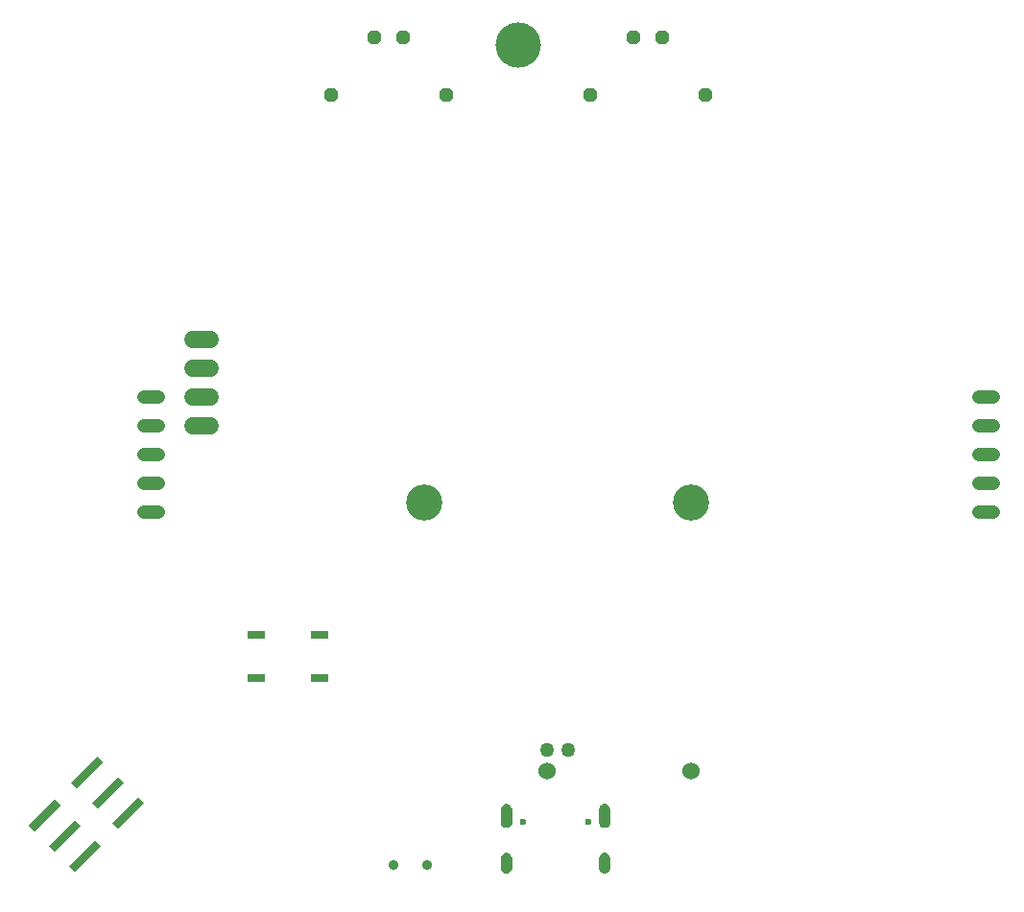
<source format=gbr>
G04 EAGLE Gerber RS-274X export*
G75*
%MOMM*%
%FSLAX34Y34*%
%LPD*%
%INSoldermask Bottom*%
%IPPOS*%
%AMOC8*
5,1,8,0,0,1.08239X$1,22.5*%
G01*
%ADD10C,4.000000*%
%ADD11R,1.524000X0.762000*%
%ADD12C,1.219200*%
%ADD13C,0.900000*%
%ADD14C,1.524000*%
%ADD15C,3.200000*%
%ADD16C,1.524000*%
%ADD17P,1.319650X8X202.500000*%
%ADD18P,1.319650X8X22.500000*%
%ADD19C,0.600000*%
%ADD20R,0.736600X3.251200*%
%ADD21C,1.270000*%

G36*
X521888Y51596D02*
X521888Y51596D01*
X521894Y51602D01*
X521899Y51599D01*
X522956Y51969D01*
X522960Y51976D01*
X522966Y51973D01*
X523914Y52569D01*
X523917Y52577D01*
X523922Y52576D01*
X524714Y53368D01*
X524715Y53376D01*
X524721Y53376D01*
X525317Y54324D01*
X525316Y54333D01*
X525321Y54334D01*
X525691Y55391D01*
X525690Y55395D01*
X525692Y55397D01*
X525690Y55400D01*
X525694Y55402D01*
X525819Y56515D01*
X525817Y56518D01*
X525819Y56520D01*
X525819Y67520D01*
X525817Y67523D01*
X525819Y67526D01*
X525694Y68638D01*
X525688Y68644D01*
X525691Y68649D01*
X525321Y69706D01*
X525315Y69710D01*
X525317Y69716D01*
X524721Y70664D01*
X524713Y70667D01*
X524714Y70672D01*
X523922Y71464D01*
X523914Y71465D01*
X523914Y71471D01*
X522966Y72067D01*
X522957Y72066D01*
X522956Y72071D01*
X521899Y72441D01*
X521891Y72439D01*
X521888Y72444D01*
X520776Y72569D01*
X520769Y72565D01*
X520765Y72569D01*
X519662Y72456D01*
X519657Y72451D01*
X519655Y72451D01*
X519652Y72454D01*
X518602Y72098D01*
X518597Y72091D01*
X518592Y72093D01*
X517647Y71513D01*
X517644Y71506D01*
X517638Y71506D01*
X516847Y70731D01*
X516845Y70722D01*
X516840Y70722D01*
X516240Y69789D01*
X516241Y69781D01*
X516236Y69780D01*
X515859Y68737D01*
X515861Y68729D01*
X515856Y68726D01*
X515721Y67626D01*
X515723Y67622D01*
X515721Y67620D01*
X515721Y56620D01*
X515723Y56617D01*
X515721Y56615D01*
X515837Y55490D01*
X515842Y55484D01*
X515839Y55479D01*
X516202Y54408D01*
X516209Y54404D01*
X516206Y54398D01*
X516799Y53435D01*
X516806Y53432D01*
X516805Y53426D01*
X517597Y52618D01*
X517605Y52617D01*
X517606Y52612D01*
X518557Y52000D01*
X518565Y52001D01*
X518567Y51996D01*
X519631Y51611D01*
X519639Y51614D01*
X519642Y51609D01*
X520764Y51471D01*
X520771Y51475D01*
X520776Y51471D01*
X521888Y51596D01*
G37*
G36*
X435388Y51596D02*
X435388Y51596D01*
X435394Y51602D01*
X435399Y51599D01*
X436456Y51969D01*
X436460Y51976D01*
X436466Y51973D01*
X437414Y52569D01*
X437417Y52577D01*
X437422Y52576D01*
X438214Y53368D01*
X438215Y53376D01*
X438221Y53376D01*
X438817Y54324D01*
X438816Y54333D01*
X438821Y54334D01*
X439191Y55391D01*
X439190Y55395D01*
X439192Y55397D01*
X439190Y55400D01*
X439194Y55402D01*
X439319Y56515D01*
X439317Y56518D01*
X439319Y56520D01*
X439319Y67520D01*
X439317Y67523D01*
X439319Y67526D01*
X439194Y68638D01*
X439188Y68644D01*
X439191Y68649D01*
X438821Y69706D01*
X438815Y69710D01*
X438817Y69716D01*
X438221Y70664D01*
X438213Y70667D01*
X438214Y70672D01*
X437422Y71464D01*
X437414Y71465D01*
X437414Y71471D01*
X436466Y72067D01*
X436457Y72066D01*
X436456Y72071D01*
X435399Y72441D01*
X435391Y72439D01*
X435388Y72444D01*
X434276Y72569D01*
X434268Y72565D01*
X434265Y72569D01*
X433152Y72444D01*
X433146Y72438D01*
X433141Y72441D01*
X432084Y72071D01*
X432080Y72065D01*
X432074Y72067D01*
X431126Y71471D01*
X431123Y71463D01*
X431118Y71464D01*
X430326Y70672D01*
X430325Y70664D01*
X430319Y70664D01*
X429723Y69716D01*
X429724Y69709D01*
X429720Y69707D01*
X429720Y69706D01*
X429719Y69706D01*
X429349Y68649D01*
X429351Y68641D01*
X429346Y68638D01*
X429221Y67526D01*
X429223Y67522D01*
X429221Y67520D01*
X429221Y56520D01*
X429223Y56517D01*
X429221Y56515D01*
X429346Y55402D01*
X429352Y55396D01*
X429349Y55391D01*
X429719Y54334D01*
X429726Y54330D01*
X429723Y54324D01*
X430319Y53376D01*
X430327Y53373D01*
X430326Y53368D01*
X431118Y52576D01*
X431126Y52575D01*
X431126Y52569D01*
X432074Y51973D01*
X432083Y51974D01*
X432084Y51969D01*
X433141Y51599D01*
X433149Y51601D01*
X433152Y51596D01*
X434265Y51471D01*
X434272Y51475D01*
X434276Y51471D01*
X435388Y51596D01*
G37*
G36*
X435388Y11396D02*
X435388Y11396D01*
X435394Y11402D01*
X435399Y11399D01*
X436456Y11769D01*
X436460Y11776D01*
X436466Y11773D01*
X437414Y12369D01*
X437417Y12377D01*
X437422Y12376D01*
X438214Y13168D01*
X438215Y13176D01*
X438221Y13176D01*
X438817Y14124D01*
X438816Y14133D01*
X438821Y14134D01*
X439191Y15191D01*
X439190Y15195D01*
X439192Y15197D01*
X439190Y15200D01*
X439194Y15202D01*
X439319Y16315D01*
X439317Y16318D01*
X439319Y16320D01*
X439319Y24320D01*
X439317Y24323D01*
X439319Y24326D01*
X439194Y25438D01*
X439188Y25444D01*
X439191Y25449D01*
X438821Y26506D01*
X438815Y26510D01*
X438817Y26516D01*
X438221Y27464D01*
X438213Y27467D01*
X438214Y27472D01*
X437422Y28264D01*
X437414Y28265D01*
X437414Y28271D01*
X436466Y28867D01*
X436457Y28866D01*
X436456Y28871D01*
X435399Y29241D01*
X435391Y29239D01*
X435388Y29244D01*
X434276Y29369D01*
X434268Y29365D01*
X434265Y29369D01*
X433152Y29244D01*
X433146Y29238D01*
X433141Y29241D01*
X432084Y28871D01*
X432080Y28865D01*
X432074Y28867D01*
X431126Y28271D01*
X431123Y28263D01*
X431118Y28264D01*
X430326Y27472D01*
X430325Y27464D01*
X430319Y27464D01*
X429723Y26516D01*
X429724Y26507D01*
X429719Y26506D01*
X429349Y25449D01*
X429351Y25441D01*
X429346Y25438D01*
X429221Y24326D01*
X429223Y24322D01*
X429221Y24320D01*
X429221Y16320D01*
X429223Y16317D01*
X429221Y16315D01*
X429346Y15202D01*
X429352Y15196D01*
X429349Y15191D01*
X429719Y14134D01*
X429726Y14130D01*
X429723Y14124D01*
X430319Y13176D01*
X430327Y13173D01*
X430326Y13168D01*
X431118Y12376D01*
X431126Y12375D01*
X431126Y12369D01*
X432074Y11773D01*
X432083Y11774D01*
X432084Y11769D01*
X433141Y11399D01*
X433149Y11401D01*
X433152Y11396D01*
X434265Y11271D01*
X434272Y11275D01*
X434276Y11271D01*
X435388Y11396D01*
G37*
G36*
X521888Y11396D02*
X521888Y11396D01*
X521894Y11402D01*
X521899Y11399D01*
X522956Y11769D01*
X522960Y11776D01*
X522966Y11773D01*
X523914Y12369D01*
X523917Y12377D01*
X523922Y12376D01*
X524714Y13168D01*
X524715Y13176D01*
X524721Y13176D01*
X525317Y14124D01*
X525316Y14133D01*
X525321Y14134D01*
X525691Y15191D01*
X525690Y15195D01*
X525692Y15197D01*
X525690Y15200D01*
X525694Y15202D01*
X525819Y16315D01*
X525817Y16318D01*
X525819Y16320D01*
X525819Y24320D01*
X525817Y24323D01*
X525819Y24326D01*
X525694Y25438D01*
X525688Y25444D01*
X525691Y25449D01*
X525321Y26506D01*
X525315Y26510D01*
X525317Y26516D01*
X524721Y27464D01*
X524713Y27467D01*
X524714Y27472D01*
X523922Y28264D01*
X523914Y28265D01*
X523914Y28271D01*
X522966Y28867D01*
X522957Y28866D01*
X522956Y28871D01*
X521899Y29241D01*
X521891Y29239D01*
X521888Y29244D01*
X520776Y29369D01*
X520768Y29365D01*
X520765Y29369D01*
X519652Y29244D01*
X519646Y29238D01*
X519641Y29241D01*
X518584Y28871D01*
X518580Y28865D01*
X518574Y28867D01*
X517626Y28271D01*
X517623Y28263D01*
X517618Y28264D01*
X516826Y27472D01*
X516825Y27464D01*
X516819Y27464D01*
X516223Y26516D01*
X516224Y26507D01*
X516219Y26506D01*
X515849Y25449D01*
X515851Y25441D01*
X515846Y25438D01*
X515721Y24326D01*
X515723Y24322D01*
X515721Y24320D01*
X515721Y16320D01*
X515723Y16317D01*
X515721Y16315D01*
X515846Y15202D01*
X515852Y15196D01*
X515849Y15191D01*
X516219Y14134D01*
X516226Y14130D01*
X516223Y14124D01*
X516819Y13176D01*
X516827Y13173D01*
X516826Y13168D01*
X517618Y12376D01*
X517626Y12375D01*
X517626Y12369D01*
X518574Y11773D01*
X518583Y11774D01*
X518584Y11769D01*
X519641Y11399D01*
X519649Y11401D01*
X519652Y11396D01*
X520765Y11271D01*
X520772Y11275D01*
X520776Y11271D01*
X521888Y11396D01*
G37*
D10*
X444500Y742950D03*
D11*
X213360Y184150D03*
X269240Y184150D03*
X213360Y222250D03*
X269240Y222250D03*
D12*
X851154Y431800D02*
X863346Y431800D01*
X863346Y406400D02*
X851154Y406400D01*
X851154Y381000D02*
X863346Y381000D01*
X863346Y355600D02*
X851154Y355600D01*
X851154Y330200D02*
X863346Y330200D01*
X126746Y330200D02*
X114554Y330200D01*
X114554Y355600D02*
X126746Y355600D01*
X126746Y381000D02*
X114554Y381000D01*
X114554Y406400D02*
X126746Y406400D01*
X126746Y431800D02*
X114554Y431800D01*
D13*
X334264Y19050D03*
X364236Y19050D03*
D14*
X596900Y101600D03*
X469900Y101600D03*
D15*
X596900Y339090D03*
X361950Y339090D03*
D16*
X172720Y482600D02*
X157480Y482600D01*
X157480Y457200D02*
X172720Y457200D01*
X172720Y431800D02*
X157480Y431800D01*
X157480Y406400D02*
X172720Y406400D01*
D17*
X381000Y698500D03*
X279400Y698500D03*
X609600Y698500D03*
X508000Y698500D03*
D18*
X317500Y749300D03*
X342900Y749300D03*
X546100Y749300D03*
X571500Y749300D03*
D19*
X448620Y57120D03*
X506420Y57120D03*
D20*
G36*
X91429Y50299D02*
X86220Y55508D01*
X109209Y78497D01*
X114418Y73288D01*
X91429Y50299D01*
G37*
G36*
X53712Y12582D02*
X48503Y17791D01*
X71492Y40780D01*
X76701Y35571D01*
X53712Y12582D01*
G37*
G36*
X73469Y68260D02*
X68260Y73469D01*
X91249Y96458D01*
X96458Y91249D01*
X73469Y68260D01*
G37*
G36*
X35751Y30542D02*
X30542Y35751D01*
X53531Y58740D01*
X58740Y53531D01*
X35751Y30542D01*
G37*
G36*
X55508Y86220D02*
X50299Y91429D01*
X73288Y114418D01*
X78497Y109209D01*
X55508Y86220D01*
G37*
G36*
X17791Y48503D02*
X12582Y53712D01*
X35571Y76701D01*
X40780Y71492D01*
X17791Y48503D01*
G37*
D21*
X469900Y120650D03*
X488950Y120650D03*
M02*

</source>
